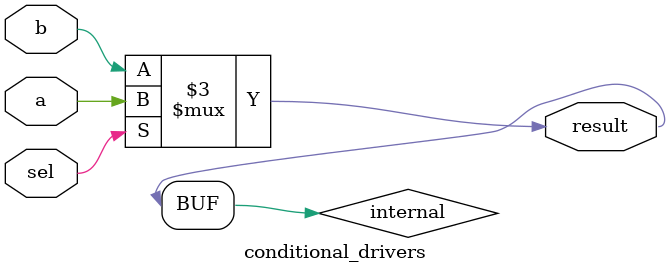
<source format=sv>
module conditional_drivers (
  input  logic sel,
  input  logic a,
  input  logic b,
  output logic result
);
  
  logic internal;
  
  // OK: Multiple drivers but mutually exclusive
  always_comb begin
    if (sel)
      internal = a;
    else
      internal = b;
  end
  
  assign result = internal;
  
endmodule


</source>
